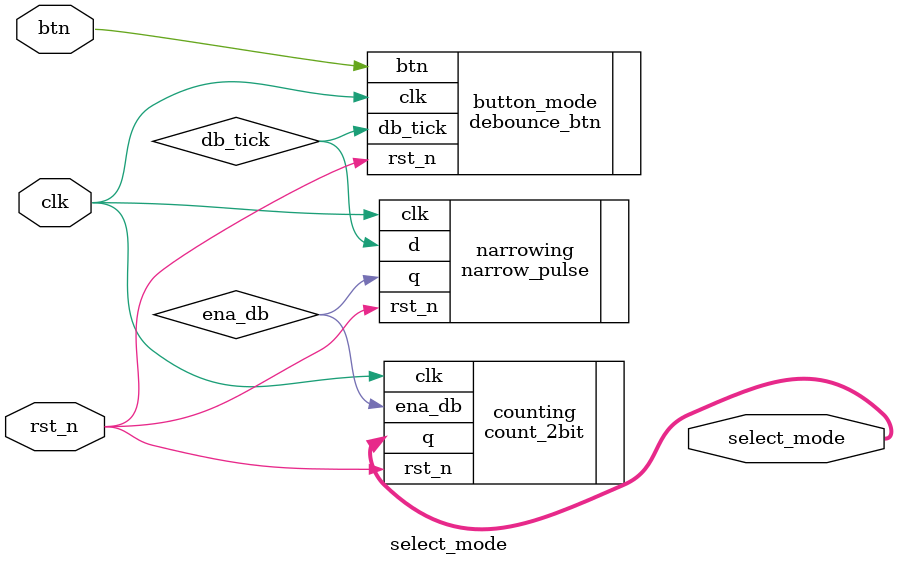
<source format=v>
module select_mode (
    input clk, rst_n,
    input btn,
    output [1:0] select_mode
);
    wire db_tick, ena_db;

    debounce_btn button_mode (.clk(clk), .rst_n(rst_n), .btn(btn), .db_tick(db_tick));
    narrow_pulse narrowing (.clk(clk), .rst_n(rst_n), .d(db_tick), .q(ena_db));
    count_2bit counting (.clk(clk), .rst_n(rst_n), .ena_db(ena_db), .q(select_mode));

endmodule
</source>
